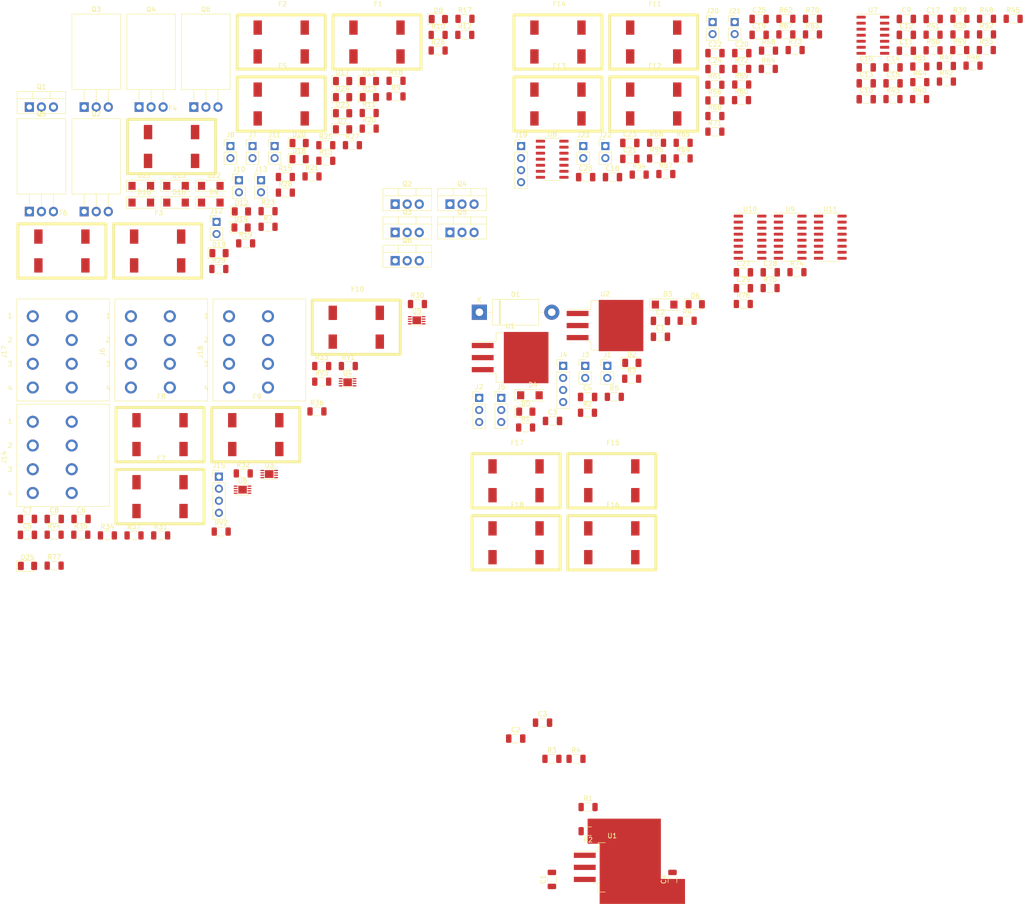
<source format=kicad_pcb>
(kicad_pcb (version 20211014) (generator pcbnew)
  (layers (0 "F.Cu" signal) (31 "B.Cu" signal) (34 "B.Paste" user) (35 "F.Paste" user) (36 "B.SilkS" user "B.Silkscreen") (37 "F.SilkS" user "F.Silkscreen") (38 "B.Mask" user) (39 "F.Mask" user) (44 "Edge.Cuts" user))
  (net 0 "")
  (net 1 "Net-(R1-Pad1)")
  (net 2 "+10V")
  (net 3 "+12V")
  (net 4 "GND")
  (net 5 "Net-(D3-Pad1)")
  (net 6 "Net-(D4-Pad1)")
  (net 7 "+5V")
  (net 8 "Net-(C10-Pad1)")
  (net 9 "Net-(C11-Pad1)")
  (net 10 "Net-(C12-Pad1)")
  (net 11 "LC1_CAL")
  (net 12 "Net-(C13-Pad1)")
  (net 13 "LC3_CAL")
  (net 14 "Net-(C14-Pad1)")
  (net 15 "Net-(C15-Pad1)")
  (net 16 "Net-(C16-Pad1)")
  (net 17 "LC2_CAL")
  (net 18 "Net-(C17-Pad1)")
  (net 19 "LC4_CAL")
  (net 20 "Net-(C18-Pad1)")
  (net 21 "Net-(C19-Pad1)")
  (net 22 "Net-(C20-Pad1)")
  (net 23 "PT1_CAL")
  (net 24 "Net-(C21-Pad1)")
  (net 25 "PT3_CAL")
  (net 26 "Net-(C23-Pad1)")
  (net 27 "Net-(C24-Pad1)")
  (net 28 "Net-(C25-Pad1)")
  (net 29 "PT4_CAL")
  (net 30 "Net-(C26-Pad1)")
  (net 31 "PT2_CAL")
  (net 32 "Net-(D1-Pad2)")
  (net 33 "Net-(D2-Pad1)")
  (net 34 "Net-(D5-Pad1)")
  (net 35 "Net-(D6-Pad1)")
  (net 36 "Net-(D7-Pad1)")
  (net 37 "/Drivers/DRV_POS_1")
  (net 38 "Net-(D8-Pad1)")
  (net 39 "/Drivers/DRV_POS_4")
  (net 40 "/Drivers/DRV_NEG_1")
  (net 41 "/Drivers/DRV_NEG_4")
  (net 42 "Net-(D11-Pad1)")
  (net 43 "Net-(D12-Pad1)")
  (net 44 "Net-(D13-Pad1)")
  (net 45 "/Drivers/DRV_POS_2")
  (net 46 "Net-(D14-Pad1)")
  (net 47 "/Drivers/DRV_POS_5")
  (net 48 "/Drivers/DRV_NEG_5")
  (net 49 "/Drivers/DRV_NEG_2")
  (net 50 "Net-(D17-Pad1)")
  (net 51 "Net-(D18-Pad1)")
  (net 52 "Net-(D19-Pad1)")
  (net 53 "/Drivers/DRV_POS_3")
  (net 54 "Net-(D20-Pad1)")
  (net 55 "/Drivers/DRV_POS_6")
  (net 56 "/Drivers/DRV_NEG_3")
  (net 57 "/Drivers/DRV_NEG_6")
  (net 58 "Net-(D23-Pad1)")
  (net 59 "Net-(D24-Pad1)")
  (net 60 "Net-(D25-Pad2)")
  (net 61 "/regulators/12V_CON")
  (net 62 "Net-(SW2-Pad1)")
  (net 63 "Net-(F8-Pad2)")
  (net 64 "/Load Cell Inamps/LC3-")
  (net 65 "/Load Cell Inamps/LC3+")
  (net 66 "Net-(F7-Pad2)")
  (net 67 "/Load Cell Inamps/LC1-")
  (net 68 "/Load Cell Inamps/LC1+")
  (net 69 "LC1_PREC")
  (net 70 "LC2_PREC")
  (net 71 "LC3_PREC")
  (net 72 "LC4_PREC")
  (net 73 "Net-(F9-Pad2)")
  (net 74 "/Load Cell Inamps/LC2-")
  (net 75 "/Load Cell Inamps/LC2+")
  (net 76 "Net-(F10-Pad2)")
  (net 77 "/Load Cell Inamps/LC4-")
  (net 78 "/Load Cell Inamps/LC4+")
  (net 79 "/PT Amplification/PT1-")
  (net 80 "/PT Amplification/PT2-")
  (net 81 "/PT Amplification/PT3-")
  (net 82 "/PT Amplification/PT4-")
  (net 83 "Net-(F11-Pad2)")
  (net 84 "Net-(F12-Pad2)")
  (net 85 "Net-(F13-Pad2)")
  (net 86 "Net-(F14-Pad2)")
  (net 87 "DRV_CTL_1")
  (net 88 "DRV_CTL_4")
  (net 89 "DRV_CTL_2")
  (net 90 "DRV_CTL_5")
  (net 91 "DRV_CTL_3")
  (net 92 "DRV_CTL_6")
  (net 93 "/regulators/10V_FB")
  (net 94 "Net-(R30-Pad2)")
  (net 95 "Net-(R31-Pad1)")
  (net 96 "Net-(R32-Pad2)")
  (net 97 "Net-(R33-Pad1)")
  (net 98 "Net-(R34-Pad2)")
  (net 99 "Net-(R35-Pad1)")
  (net 100 "Net-(R36-Pad2)")
  (net 101 "Net-(R37-Pad1)")
  (net 102 "Net-(R42-Pad2)")
  (net 103 "Net-(R44-Pad2)")
  (net 104 "Net-(R50-Pad2)")
  (net 105 "Net-(R52-Pad2)")
  (net 106 "Net-(R60-Pad2)")
  (net 107 "Net-(R62-Pad2)")
  (net 108 "Net-(R70-Pad2)")
  (net 109 "Net-(R72-Pad2)")
  (net 110 "ADC1_CS")
  (net 111 "ADC2_CS")
  (net 112 "ADC3_CS")
  (net 113 "/Raspberry Pi/HBT")
  (net 114 "/ADCs/LC1_CAL")
  (net 115 "/ADCs/LC2_CAL")
  (net 116 "/ADCs/LC3_CAL")
  (net 117 "/ADCs/LC4_CAL")
  (net 118 "/ADCs/adc1_nc5")
  (net 119 "/ADCs/adc1_nc6")
  (net 120 "/ADCs/acd1_nc7")
  (net 121 "/ADCs/adc1_nc8")
  (net 122 "SPI_MOSI")
  (net 123 "SPI_MISO")
  (net 124 "SPI_CLK")
  (net 125 "/ADCs/adc2_nc5")
  (net 126 "/ADCs/adc2_nc6")
  (net 127 "/ADCs/adc2_nc7")
  (net 128 "/ADCs/adc2_nc8")
  (net 129 "/ADCs/TC1")
  (net 130 "/ADCs/TC2")
  (net 131 "/ADCs/TC3")
  (net 132 "/ADCs/TC4")
  (net 133 "/ADCs/adc3_nc5")
  (net 134 "/ADCs/adc3_nc6")
  (net 135 "/ADCs/adc3_nc7")
  (net 136 "/ADCs/adc3_nc8")
  (footprint "Resistor_SMD:R_1206_3216Metric" (layer "F.Cu") (at 164.11 -119.57)
    (fp_text reference "R63")
    (fp_text value "5.1k")
  )
  (footprint "Resistor_SMD:R_1206_3216Metric" (layer "F.Cu") (at 192.32 -109.64)
    (fp_text reference "R42")
    (fp_text value "15k")
  )
  (footprint "LED_SMD:LED_1206_3216Metric" (layer "F.Cu") (at 85.3 -122.81)
    (fp_text reference "D8")
    (fp_text value "DRV_STAT_4")
  )
  (footprint "Package_TO_SOT_SMD:TO-263-3_TabPin2" (layer "F.Cu") (at 121.92 55.88)
    (fp_text reference "U1")
    (fp_text value "LM1084-ADJ")
  )
  (footprint "Resistor_SMD:R_1206_3216Metric" (layer "F.Cu") (at 136.87 -93.45)
    (fp_text reference "R69")
    (fp_text value "68k")
  )
  (footprint "Resistor_SMD:R_1206_3216Metric" (layer "F.Cu") (at 143.55 -102.38)
    (fp_text reference "R68")
    (fp_text value "68k")
  )
  (footprint "Capacitor_SMD:C_1206_3216Metric" (layer "F.Cu") (at 181.08 -109.27)
    (fp_text reference "C15")
    (fp_text value "1nF")
  )
  (footprint "Capacitor_SMD:C_1206_3216Metric" (layer "F.Cu") (at 116.33 -89.51)
    (fp_text reference "C26")
    (fp_text value "1nF")
  )
  (footprint "Resistor_SMD:R_1206_3216Metric" (layer "F.Cu") (at 103.68 -36.77)
    (fp_text reference "R1")
    (fp_text value "510")
  )
  (footprint "Package_TO_SOT_THT:TO-220-3_Vertical" (layer "F.Cu") (at 76.2 -71.9)
    (fp_text reference "Q6")
    (fp_text value "FQP30N06")
  )
  (footprint "Resistor_SMD:R_1206_3216Metric" (layer "F.Cu") (at 67.2 -96.24)
    (fp_text reference "R27")
    (fp_text value "510")
  )
  (footprint "Capacitor_SMD:C_1206_3216Metric" (layer "F.Cu") (at 125.63 -96.71)
    (fp_text reference "C23")
    (fp_text value "1nF")
  )
  (footprint "LED_SMD:LED_1206_3216Metric" (layer "F.Cu") (at 70.78 -106.36)
    (fp_text reference "D13")
    (fp_text value "DRV_STAT_2")
  )
  (footprint "Resistor_SMD:R_1206_3216Metric" (layer "F.Cu") (at 70.74 -103.02)
    (fp_text reference "R11")
    (fp_text value "510")
  )
  (footprint "Resistor_SMD:R_1206_3216Metric" (layer "F.Cu") (at 155.19 -66.14)
    (fp_text reference "R75")
    (fp_text value "100k")
  )
  (footprint "karca_custom_footprints:3588-20 fuse" (layer "F.Cu") (at 96.7105 -8.0475)
    (fp_text reference "F18")
    (fp_text value "3588-20")
  )
  (footprint "karca_custom_footprints:3588-20 fuse" (layer "F.Cu") (at 125.7105 -113.5275)
    (fp_text reference "F11")
    (fp_text value "3588-20")
  )
  (footprint "Connector_PinHeader_2.54mm:PinHeader_1x04_P2.54mm_Vertical" (layer "F.Cu") (at 102.73 -96.06)
    (fp_text reference "J19")
    (fp_text value "Conn_01x04_Female")
  )
  (footprint "Package_TO_SOT_THT:TO-220-3_Horizontal_TabDown" (layer "F.Cu") (at -0.85 -82.26)
    (fp_text reference "Q5")
    (fp_text value "FQP30N06")
  )
  (footprint "Resistor_SMD:R_1206_3216Metric" (layer "F.Cu") (at 186.71 -112.81)
    (fp_text reference "R51")
    (fp_text value "10k")
  )
  (footprint "karca_custom_footprints:LPTA-4pos" (layer "F.Cu") (at 24.645 -52.695)
    (fp_text reference "J6")
    (fp_text value "Conn_01x04_Female")
  )
  (footprint "Resistor_SMD:R_1206_3216Metric" (layer "F.Cu") (at 76.39 -109.8)
    (fp_text reference "R18")
    (fp_text value "510")
  )
  (footprint "karca_custom_footprints:DO-214AC" (layer "F.Cu") (at 28.095 -87.675)
    (fp_text reference "D15")
    (fp_text value "SS54")
  )
  (footprint "Package_TO_SOT_THT:TO-220-3_Horizontal_TabDown" (layer "F.Cu") (at 33.8 -104.27)
    (fp_text reference "Q6")
    (fp_text value "FQP30N06")
  )
  (footprint "Diode_THT:D_DO-201AD_P15.24mm_Horizontal" (layer "F.Cu") (at 93.95 -61.05)
    (fp_text reference "D1")
    (fp_text value "1N5822RLG")
  )
  (footprint "Resistor_SMD:R_1206_3216Metric" (layer "F.Cu") (at 195.16 -122.86)
    (fp_text reference "R39")
    (fp_text value "68k")
  )
  (footprint "Package_TO_SOT_THT:TO-220-3_Vertical" (layer "F.Cu") (at 76.2 -77.86)
    (fp_text reference "Q3")
    (fp_text value "FQP30N06")
  )
  (footprint "Capacitor_SMD:C_1206_3216Metric" (layer "F.Cu") (at 155.21 -69.46)
    (fp_text reference "C28")
    (fp_text value "100nF")
  )
  (footprint "Resistor_SMD:R_1206_3216Metric" (layer "F.Cu") (at 206.38 -122.86)
    (fp_text reference "R45")
    (fp_text value "10k")
  )
  (footprint "Resistor_SMD:R_1206_3216Metric" (layer "F.Cu") (at 192.32 -112.93)
    (fp_text reference "R47")
    (fp_text value "68k")
  )
  (footprint "Resistor_SMD:R_1206_3216Metric" (layer "F.Cu") (at 131.26 -96.74)
    (fp_text reference "R66")
    (fp_text value "68k")
  )
  (footprint "karca_custom_footprints:3588-20 fuse" (layer "F.Cu") (at 21.2205 -69.5075)
    (fp_text reference "F3")
    (fp_text value "3588-20")
  )
  (footprint "Resistor_SMD:R_1206_3216Metric" (layer "F.Cu") (at 114.3 33.02)
    (fp_text reference "R4")
    (fp_text value "R_US")
  )
  (footprint "LED_SMD:LED_1206_3216Metric" (layer "F.Cu") (at 39.1 -73.5)
    (fp_text reference "D19")
    (fp_text value "DRV_STAT_3")
  )
  (footprint "Resistor_SMD:R_1206_3216Metric" (layer "F.Cu") (at 59.73 -40.16)
    (fp_text reference "R36")
    (fp_text value "20K")
  )
  (footprint "LED_SMD:LED_1206_3216Metric" (layer "F.Cu") (at 55.98 -96.69)
    (fp_text reference "D20")
    (fp_text value "DRV_STAT_6")
  )
  (footprint "Resistor_SMD:R_1206_3216Metric" (layer "F.Cu") (at 66.34 -49.72)
    (fp_text reference "RV1")
    (fp_text value "30k")
  )
  (footprint "Capacitor_SMD:C_1206_3216Metric" (layer "F.Cu") (at 109.35 -38.15)
    (fp_text reference "C3")
    (fp_text value "10uF")
  )
  (footprint "Resistor_SMD:R_1206_3216Metric" (layer "F.Cu") (at 60.73 -49.72)
    (fp_text reference "R33")
    (fp_text value "200")
  )
  (footprint "Resistor_SMD:R_1206_3216Metric" (layer "F.Cu") (at 21.2 -14.04)
    (fp_text reference "R37")
    (fp_text value "200")
  )
  (footprint "Resistor_SMD:R_1206_3216Metric" (layer "F.Cu") (at 53.08 -86.25)
    (fp_text reference "R28")
    (fp_text value "510")
  )
  (footprint "karca_custom_footprints:3588-20 fuse" (layer "F.Cu") (at 21.7205 -17.7675)
    (fp_text reference "F7")
    (fp_text value "3588-20")
  )
  (footprint "Connector_PinHeader_2.54mm:PinHeader_1x02_P2.54mm_Vertical" (layer "F.Cu") (at 38.58 -80.07)
    (fp_text reference "J12")
    (fp_text value "Conn_01x02_Female")
  )
  (footprint "Resistor_SMD:R_1206_3216Metric" (layer "F.Cu") (at 143.55 -105.67)
    (fp_text reference "R56")
    (fp_text value "68k")
  )
  (footprint "Connector_PinHeader_2.54mm:PinHeader_1x02_P2.54mm_Vertical" (layer "F.Cu") (at 143.07 -122.18)
    (fp_text reference "J20")
    (fp_text value "Conn_01x02_Female")
  )
  (footprint "Resistor_SMD:R_1206_3216Metric" (layer "F.Cu") (at 80.9 -62.78)
    (fp_text reference "R30")
    (fp_text value "20K")
  )
  (footprint "Resistor_SMD:R_1206_3216Metric" (layer "F.Cu") (at 4.37 -14.19)
    (fp_text reference "RV4")
    (fp_text value "30k")
  )
  (footprint "karca_custom_footprints:3588-20 fuse" (layer "F.Cu") (at 21.7205 -30.8275)
    (fp_text reference "F8")
    (fp_text value "3588-20")
  )
  (footprint "Capacitor_SMD:C_1206_3216Metric" (layer "F.Cu") (at 125.63 -93.36)
    (fp_text reference "C21")
    (fp_text value "1nF")
  )
  (footprint "Resistor_SMD:R_1206_3216Metric" (layer "F.Cu") (at 131.26 -93.45)
    (fp_text reference "R55")
    (fp_text value "22")
  )
  (footprint "karca_custom_footprints:3588-20 fuse" (layer "F.Cu") (at 116.8805 -8.0475)
    (fp_text reference "F16")
    (fp_text value "3588-20")
  )
  (footprint "LED_SMD:LED_1206_3216Metric" (layer "F.Cu") (at 70.78 -109.75)
    (fp_text reference "D11")
    (fp_text value "FS_STAT_1")
  )
  (footprint "Package_TO_SOT_THT:TO-220-3_Horizontal_TabDown" (layer "F.Cu") (at 22.25 -104.27)
    (fp_text reference "Q4")
    (fp_text value "FQP30N06")
  )
  (footprint "karca_custom_footprints:LPTA-4pos" (layer "F.Cu") (at 45.315 -52.695)
    (fp_text reference "J18")
    (fp_text value "Conn_01x04_Female")
  )
  (footprint "Resistor_SMD:R_1206_3216Metric" (layer "F.Cu") (at 143.55 -99.09)
    (fp_text reference "R71")
    (fp_text value "5.1k")
  )
  (footprint "Capacitor_SMD:C_1206_3216Metric" (layer "F.Cu") (at 152.87 -122.83)
    (fp_text reference "C25")
    (fp_text value "1nF")
  )
  (footprint "Package_TO_SOT_THT:TO-220-3_Horizontal_TabDown" (layer "F.Cu") (at 10.7 -104.27)
    (fp_text reference "Q3")
    (fp_text value "FQP30N06")
  )
  (footprint "Connector_PinHeader_2.54mm:PinHeader_1x03_P2.54mm_Vertical" (layer "F.Cu") (at 98.55 -43)
    (fp_text reference "J5")
    (fp_text value "Conn_01x02_Female")
  )
  (footprint "Resistor_SMD:R_1206_3216Metric" (layer "F.Cu") (at 116.84 43.18)
    (fp_text reference "R1")
    (fp_text value "R_US")
  )
  (footprint "Capacitor_SMD:C_1206_3216Metric" (layer "F.Cu") (at 121.98 -89.51)
    (fp_text reference "C18")
    (fp_text value "1nF")
  )
  (footprint "Resistor_SMD:R_1206_3216Metric" (layer "F.Cu") (at 61.59 -96.24)
    (fp_text reference "R25")
    (fp_text value "10k")
  )
  (footprint "Connector_PinHeader_2.54mm:PinHeader_1x02_P2.54mm_Vertical" (layer "F.Cu") (at 115.83 -96.06)
    (fp_text reference "J23")
    (fp_text value "Conn_01x02_Female")
  )
  (footprint "LED_SMD:LED_1206_3216Metric" (layer "F.Cu") (at 55.98 -93.3)
    (fp_text reference "D18")
    (fp_text value "FS_STAT_5")
  )
  (footprint "Resistor_SMD:R_1206_3216Metric" (layer "F.Cu") (at 136.87 -96.74)
    (fp_text reference "R65")
    (fp_text value "22")
  )
  (footprint "Capacitor_SMD:C_1206_3216Metric" (layer "F.Cu") (at 132.08 -55.88)
    (fp_text reference "C1")
    (fp_text value "10uF")
  )
  (footprint "Resistor_SMD:R_1206_3216Metric" (layer "F.Cu") (at 116.72 -39.88)
    (fp_text reference "R2")
    (fp_text value "10k")
  )
  (footprint "karca_custom_footprints:3588-20 fuse" (layer "F.Cu") (at 47.2505 -100.4675)
    (fp_text reference "F5")
    (fp_text value "3588-20")
  )
  (footprint "Capacitor_SMD:C_1206_3216Metric" (layer "F.Cu") (at 152.87 -119.48)
    (fp_text reference "C19")
    (fp_text value "1nF")
  )
  (footprint "Package_DFN_QFN:TDFN-8-1EP_3x2mm_P0.5mm_EP1.80x1.65mm" (layer "F.Cu") (at 66.19 -46.3)
    (fp_text reference "U4")
    (fp_text value "MCP6N11T-001E")
  )
  (footprint "Resistor_SMD:R_1206_3216Metric" (layer "F.Cu") (at 116.84 48.26 180)
    (fp_text reference "R2")
    (fp_text value "R_US")
  )
  (footprint "Resistor_SMD:R_1206_3216Metric" (layer "F.Cu") (at 149.2 -109.02)
    (fp_text reference "R59")
    (fp_text value "68k")
  )
  (footprint "Resistor_SMD:R_1206_3216Metric" (layer "F.Cu") (at 90.87 -119.47)
    (fp_text reference "R12")
    (fp_text value "510")
  )
  (footprint "Resistor_SMD:R_1206_3216Metric" (layer "F.Cu") (at 49.43 -79.05)
    (fp_text reference "R7")
    (fp_text value "10k")
  )
  (footprint "Connector_PinHeader_2.54mm:PinHeader_1x02_P2.54mm_Vertical" (layer "F.Cu") (at 41.51 -96.06)
    (fp_text reference "J8")
    (fp_text value "Conn_01x02_Female")
  )
  (footprint "Package_TO_SOT_THT:TO-220-3_Vertical" (layer "F.Cu") (at 87.75 -77.86)
    (fp_text reference "Q5")
    (fp_text value "FQP30N06")
  )
  (footprint "LED_SMD:LED_1206_3216Metric" (layer "F.Cu") (at 43.82 -82.29)
    (fp_text reference "D12")
    (fp_text value "FS_STAT_4")
  )
  (footprint "Connector_PinHeader_2.54mm:PinHeader_1x04_P2.54mm_Vertical" (layer "F.Cu") (at 39.08 -26.42)
    (fp_text reference "J15")
    (fp_text value "Conn_01x04_Female")
  )
  (footprint "Capacitor_SMD:C_1206_3216Metric" (layer "F.Cu") (at 143.57 -112.28)
    (fp_text reference "C24")
    (fp_text value "1nF")
  )
  (footprint "Resistor_SMD:R_1206_3216Metric" (layer "F.Cu") (at 149.2 -112.31)
    (fp_text reference "R72")
    (fp_text value "47k")
  )
  (footprint "LED_SMD:LED_1206_3216Metric" (layer "F.Cu") (at 103.72 -40.11)
    (fp_text reference "D5")
    (fp_text value "PWR_5V")
  )
  (footprint "Resistor_SMD:R_1206_3216Metric" (layer "F.Cu") (at 186.67 -105.95)
    (fp_text reference "R40")
    (fp_text value "68k")
  )
  (footprint "Resistor_SMD:R_1206_3216Metric" (layer "F.Cu") (at 39.06 -70.16)
    (fp_text reference "R29")
    (fp_text value "510")
  )
  (footprint "Resistor_SMD:R_1206_3216Metric" (layer "F.Cu") (at 122.37 -43.23)
    (fp_text reference "R5")
    (fp_text value "390")
  )
  (footprint "Resistor_SMD:R_1206_3216Metric" (layer "F.Cu") (at 189.51 -119.51)
    (fp_text reference "R41")
    (fp_text value "68k")
  )
  (footprint "Resistor_SMD:R_1206_3216Metric" (layer "F.Cu") (at 4.37 -7.67)
    (fp_text reference "R77")
    (fp_text value "150")
  )
  (footprint "Capacitor_SMD:C_1206_3216Metric" (layer "F.Cu") (at 143.57 -115.63)
    (fp_text reference "C22")
    (fp_text value "100nF")
  )
  (footprint "Capacitor_SMD:C_1206_3216Metric" (layer "F.Cu") (at 109.22 58.42 90)
    (fp_text reference "C1")
    (fp_text value "C")
  )
  (footprint "Capacitor_SMD:C_1206_3216Metric" (layer "F.Cu") (at 101.6 28.75)
    (fp_text reference "C2")
    (fp_text value "C")
  )
  (footprint "karca_custom_footprints:3588-20 fuse" (layer "F.Cu") (at 24.1505 -91.5175)
    (fp_text reference "F4")
    (fp_text value "3588-20")
  )
  (footprint "Resistor_SMD:R_1206_3216Metric" (layer "F.Cu") (at 70.74 -99.73)
    (fp_text reference "R20")
    (fp_text value "510")
  )
  (footprint "Capacitor_SMD:C_1206_3216Metric" (layer "F.Cu") (at 4.39 -17.51)
    (fp_text reference "C8")
    (fp_text value "1uF")
  )
  (footprint "Resistor_SMD:R_1206_3216Metric" (layer "F.Cu") (at 85.26 -116.18)
    (fp_text reference "R26")
    (fp_text value "510")
  )
  (footprint "Capacitor_SMD:C_1206_3216Metric" (layer "F.Cu") (at 181.08 -112.62)
    (fp_text reference "C14")
    (fp_text value "1nF")
  )
  (footprint "karca_custom_footprints:3588-20 fuse" (layer "F.Cu") (at 63.0605 -53.4475)
    (fp_text reference "F10")
    (fp_text value "3588-20")
  )
  (footprint "Resistor_SMD:R_1206_3216Metric" (layer "F.Cu") (at 195.12 -116.28)
    (fp_text reference "R49")
    (fp_text value "68k")
  )
  (footprint "karca_custom_footprints:3588-20 fuse" (layer "F.Cu") (at 116.8805 -21.1075)
    (fp_text reference "F15")
    (fp_text value "3588-20")
  )
  (footprint "Resistor_SMD:R_1206_3216Metric" (layer "F.Cu") (at 60.73 -46.43)
    (fp_text reference "RV3")
    (fp_text value "30k")
  )
  (footprint "LED_SMD:LED_1206_3216Metric" (layer "F.Cu") (at 65.13 -106.36)
    (fp_text reference "D24")
    (fp_text value "FS_STAT_6")
  )
  (footprint "Capacitor_SMD:C_1206_3216Metric" (layer "F.Cu") (at 175.43 -109.27)
    (fp_text reference "C13")
    (fp_text value "1nF")
  )
  (footprint "Resistor_SMD:R_1206_3216Metric" (layer "F.Cu") (at 58.69 -89.66)
    (fp_text reference "R21")
    (fp_text value "510")
  )
  (footprint "Resistor_SMD:R_1206_3216Metric" (layer "F.Cu") (at 186.71 -109.52)
    (fp_text reference "R44")
    (fp_text value "15k")
  )
  (footprint "Capacitor_SMD:C_1206_3216Metric" (layer "F.Cu") (at 116.74 -43.2)
    (fp_text reference "C4")
    (fp_text value "10uF")
  )
  (footprint "Capacitor_SMD:C_1206_3216Metric" (layer "F.Cu") (at 175.43 -112.62)
    (fp_text reference "C16")
    (fp_text value "1nF")
  )
  (footprint "karca_custom_footprints:DO-214AC" (layer "F.Cu") (at 20.775 -84.155)
    (fp_text reference "D10")
    (fp_text value "SS54")
  )
  (footprint "Resistor_SMD:R_1206_3216Metric" (layer "F.Cu") (at 15.59 -14.04)
    (fp_text reference "R34")
    (fp_text value "20K")
  )
  (footprint "Capacitor_SMD:C_1206_3216Metric" (layer "F.Cu") (at 132.08 -59.23)
    (fp_text reference "C2")
    (fp_text value "10uF")
  )
  (footprint "Capacitor_SMD:C_1206_3216Metric" (layer "F.Cu") (at -1.26 -17.51)
    (fp_text reference "C7")
    (fp_text value "1uF")
  )
  (footprint "Package_TO_SOT_SMD:TO-263-3_TabPin2" (layer "F.Cu") (at 120.41 -58.25)
    (fp_text reference "U2")
    (fp_text value "LM1084-5.0")
  )
  (footprint "Capacitor_SMD:C_1206_3216Metric" (layer "F.Cu") (at 189.53 -122.83)
    (fp_text reference "C17")
    (fp_text value "1nF")
  )
  (footprint "Resistor_SMD:R_1206_3216Metric" (layer "F.Cu") (at 164.11 -122.86)
    (fp_text reference "R70")
    (fp_text value "47k")
  )
  (footprint "Resistor_SMD:R_1206_3216Metric" (layer "F.Cu") (at 61.59 -92.95)
    (fp_text reference "R13")
    (fp_text value "510")
  )
  (footprint "Package_DFN_QFN:TDFN-8-1EP_3x2mm_P0.5mm_EP1.80x1.65mm" (layer "F.Cu") (at 44.06 -23.68)
    (fp_text reference "U6")
    (fp_text value "MCP6N11T-001E")
  )
  (footprint "karca_custom_footprints:3588-20 fuse" (layer "F.Cu") (at 1.0505 -69.5075)
    (fp_text reference "F6")
    (fp_text value "3588-20")
  )
  (footprint "Resistor_SMD:R_1206_3216Metric" (layer "F.Cu") (at 160.84 -69.49)
    (fp_text reference "R74")
    (fp_text value "100k")
  )
  (footprint "Connector_PinHeader_2.54mm:PinHeader_1x02_P2.54mm_Vertical" (layer "F.Cu") (at 120.89 -49.75)
    (fp_text reference "J1")
    (fp_text value "Conn_01x02_Female")
  )
  (footprint "Resistor_SMD:R_1206_3216Metric" (layer "F.Cu") (at 126.02 -47.04)
    (fp_text reference "R3")
    (fp_text value "68k")
  )
  (footprint "Connector_PinHeader_2.54mm:PinHeader_1x02_P2.54mm_Vertical" (layer "F.Cu") (at 116.24 -49.75)
    (fp_text reference "J3")
    (fp_text value "Conn_01x02_Female")
  )
  (footprint "Resistor_SMD:R_1206_3216Metric" (layer "F.Cu") (at 39.56 -14.85)
    (fp_text reference "RV2")
    (fp_text value "30k")
  )
  (footprint "Connector_PinHeader_2.54mm:PinHeader_1x02_P2.54mm_Vertical" (layer "F.Cu") (at 46.16 -96.06)
    (fp_text reference "J7")
    (fp_text value "Conn_01x02_Female")
  )
  (footprint "Connector_PinHeader_2.54mm:PinHeader_1x02_P2.54mm_Vertical" (layer "F.Cu") (at 120.48 -96.06)
    (fp_text reference "J22")
    (fp_text value "Conn_01x02_Female")
  )
  (footprint "Capacitor_SMD:C_1206_3216Metric" (layer "F.Cu") (at 149.56 -66.11)
    (fp_text reference "C29")
    (fp_text value "100nF")
  )
  (footprint "Package_SO:SOIC-14_3.9x8.7mm_P1.27mm" (layer "F.Cu") (at 109.28 -93.28)
    (fp_text reference "U8")
    (fp_text value "LM324DT")
  )
  (footprint "LED_SMD:LED_1206_3216Metric" (layer "F.Cu") (at 65.13 -99.58)
    (fp_text reference "D7")
    (fp_text value "DRV_STAT_1")
  )
  (footprint "Resistor_SMD:R_1206_3216Metric" (layer "F.Cu") (at 158.5 -119.57)
    (fp_text reference "R67")
    (fp_text value "68k")
  )
  (footprint "karca_custom_footprints:DO-214AC" (layer "F.Cu") (at 35.415 -84.155)
    (fp_text reference "D9")
    (fp_text value "SS54")
  )
  (footprint "Resistor_SMD:R_1206_3216Metric" (layer "F.Cu") (at 53.08 -89.54)
    (fp_text reference "R15")
    (fp_text value "10k")
  )
  (footprint "Package_SO:SOIC-16_3.9x9.9mm_P1.27mm" (layer "F.Cu") (at 167.86 -76.86)
    (fp_text reference "U11")
    (fp_text value "MCP3208-CI/SL")
  )
  (footprint "karca_custom_footprints:3588-20 fuse" (layer "F.Cu") (at 67.4205 -113.5275)
    (fp_text reference "F1")
    (fp_text value "3588-20")
  )
  (footprint "Resistor_SMD:R_1206_3216Metric" (layer "F.Cu") (at 44.21 -27.1)
    (fp_text reference "R32")
    (fp_text value "20K")
  )
  (footprint "Capacitor_SMD:C_1206_3216Metric" (layer "F.Cu") (at -1.26 -14.16)
    (fp_text reference "C5")
    (fp_text value "1uF")
  )
  (footprint "Resistor_SMD:R_1206_3216Metric" (layer "F.Cu") (at 181.06 -105.95)
    (fp_text reference "R43")
    (fp_text value "10k")
  )
  (footprint "Resistor_SMD:R_1206_3216Metric" (layer "F.Cu") (at 44.71 -75.56)
    (fp_text reference "R19")
    (fp_text value "510")
  )
  (footprint "LED_SMD:LED_1206_3216Metric" (layer "F.Cu") (at 43.75 -78.9)
    (fp_text reference "D14")
    (fp_text value "DRV_STAT_5")
  )
  (footprint "Resistor_SMD:R_1206_3216Metric" (layer "F.Cu") (at 127.61 -90.04)
    (fp_text reference "R54")
    (fp_text value "22")
  )
  (footprint "Connector_PinHeader_2.54mm:PinHeader_1x02_P2.54mm_Vertical" (layer "F.Cu") (at 147.72 -122.18)
    (fp_text reference "J21")
    (fp_text value "Conn_01x02_Female")
  )
  (footprint "karca_custom_footprints:LPTA-4pos" (layer "F.Cu") (at 3.975 -30.48)
    (fp_text reference "J14")
    (fp_text value "Conn_01x04_Female")
  )
  (footprint "Connector_PinHeader_2.54mm:PinHeader_1x02_P2.54mm_Vertical" (layer "F.Cu") (at 50.81 -96.06)
    (fp_text reference "J11")
    (fp_text value "Conn_01x02_Female")
  )
  (footprint "LED_SMD:LED_1206_3216Metric" (layer "F.Cu") (at 126.06 -50.38)
    (fp_text reference "D2")
    (fp_text value "PWR_12V")
  )
  (footprint "Package_DFN_QFN:TDFN-8-1EP_3x2mm_P0.5mm_EP1.80x1.65mm" (layer "F.Cu") (at 80.75 -59.36)
    (fp_text reference "U5")
    (fp_text value "MCP6N11T-001E")
  )
  (footprint "Resistor_SMD:R_1206_3216Metric" (layer "F.Cu") (at 49.43 -82.34)
    (fp_text reference "R23")
    (fp_text value "10k")
  )
  (footprint "Package_TO_SOT_THT:TO-220-3_Vertical" (layer "F.Cu") (at 87.75 -83.82)
    (fp_text reference "Q4")
    (fp_text value "FQP30N06")
  )
  (footprint "Resistor_SMD:R_1206_3216Metric" (layer "F.Cu") (at 200.73 -116.28)
    (fp_text reference "R53")
    (fp_text value "10k")
  )
  (footprint "Package_TO_SOT_THT:TO-220-3_Vertical" (layer "F.Cu") (at -0.85 -104.27)
    (fp_text reference "Q1")
    (fp_text value "FQP30N06")
  )
  (footprint "Resistor_SMD:R_1206_3216Metric" (layer "F.Cu") (at 149.54 -62.79)
    (fp_text reference "R76")
    (fp_text value "100k")
  )
  (footprint "karca_custom_footprints:3588-20 fuse" (layer "F.Cu") (at 105.5405 -113.5275)
    (fp_text reference "F14")
    (fp_text value "3588-20")
  )
  (footprint "Resistor_SMD:R_1206_3216Metric" (layer "F.Cu") (at 90.91 -122.86)
    (fp_text reference "R17")
    (fp_text value "10k")
  )
  (footprint "karca_custom_footprints:3588-20 fuse" (layer "F.Cu") (at 41.8905 -30.8275)
    (fp_text reference "F9")
    (fp_text value "3588-20")
  )
  (footprint "karca_custom_footprints:3588-20 fuse" (layer "F.Cu") (at 96.7105 -21.1075)
    (fp_text reference "F17")
    (fp_text value "3588-20")
  )
  (footprint "karca_custom_footprints:3588-20 fuse" (layer "F.Cu") (at 125.7105 -100.4675)
    (fp_text reference "F12")
    (fp_text value "3588-20")
  )
  (footprint "Package_SO:SOIC-16_3.9x9.9mm_P1.27mm" (layer "F.Cu") (at 150.96 -76.86)
    (fp_text reference "U10")
    (fp_text value "MCP3208-CI/SL")
  )
  (footprint "karca_custom_footprints:DO-214AC" (layer "F.Cu") (at 102.635 -43.565)
    (fp_text reference "D4")
    (fp_text value "SS54")
  )
  (footprint "Resistor_SMD:R_1206_3216Metric" (layer "F.Cu") (at 26.81 -14.04)
    (fp_text reference "R31")
    (fp_text value "200")
  )
  (footprint "Capacitor_SMD:C_1206_3216Metric" (layer "F.Cu") (at 149.22 -115.63)
    (fp_text reference "C20")
    (fp_text value "1nF")
  )
  (footprint "karca_custom_footprints:DO-214AC" (layer "F.Cu") (at 28.095 -84.155)
    (fp_text reference "D16")
    (fp_text value "SS54")
  )
  (footprint "Resistor_SMD:R_1206_3216Metric" (layer "F.Cu") (at 154.85 -116.16)
    (fp_text reference "R58")
    (fp_text value "68k")
  )
  (footprint "Connector_PinHeader_2.54mm:PinHeader_1x03_P2.54mm_Vertical" (layer "F.Cu") (at 93.9 -43)
    (fp_text reference "J2")
    (fp_text value "Conn_01x02_Female")
  )
  (footprint "LED_SMD:LED_1206_3216Metric" (layer "F.Cu") (at 65.13 -102.97)
    (fp_text reference "D23")
    (fp_text value "FS_STAT_3")
  )
  (footprint "LED_SMD:LED_1206_3216Metric" (layer "F.Cu") (at -1.24 -7.62)
    (fp_text reference "D25")
    (fp_text value "HBT")
  )
  (footprint "Resistor_SMD:R_1206_3216Metric" (layer "F.Cu") (at 143.55 -108.96)
    (fp_text reference "R61")
    (fp_text value "5.1k")
  )
  (footprint "Capacitor_SMD:C_1206_3216Metric" (layer "F.Cu") (at 183.88 -122.83)
    (fp_text reference "C9")
    (fp_text value "100nF")
  )
  (footprint "Resistor_SMD:R_1206_3216Metric" (layer "F.Cu") (at 154.81 -112.31)
    (fp_text reference "R64")
    (fp_text value "22")
  )
  (footprint "Resistor_SMD:R_1206_3216Metric" (layer "F.Cu") (at 9.98 -14.19)
    (fp_text reference "R35")
    (fp_text value "200")
  )
  (footprint "Package_TO_SOT_THT:TO-220-3_Horizontal_TabDown" (layer "F.Cu") (at 10.7 -82.26)
    (fp_text reference "Q2")
    (fp_text value "FQP30N06")
  )
  (footprint "Package_SO:SOIC-16_3.9x9.9mm_P1.27mm" (layer "F.Cu") (at 159.41 -76.86)
    (fp_text reference "U9")
    (fp_text value "MCP3208-CI/SL")
  )
  (footprint "Resistor_SMD:R_1206_3216Metric" (layer "F.Cu") (at 133.22 -90.16)
    (fp_text reference "R57")
    (fp_text value "68k")
  )
  (footprint "Resistor_SMD:R_1206_3216Metric" (layer "F.Cu") (at 149.16 -105.73)
    (fp_text reference "R60")
    (fp_text value "47k")
  )
  (footprint "Resistor_SMD:R_1206_3216Metric" (layer "F.Cu") (at 195.16 -119.57)
    (fp_text reference "R38")
    (fp_text value "68k")
  )
  (footprint "Connector_PinHeader_2.54mm:PinHeader_1x04_P2.54mm_Vertical" (layer "F.Cu") (at 111.59 -49.75)
    (fp_text reference "J4")
    (fp_text value "Conn_01x04_Female")
  )
  (footprint "Capacitor_SMD:C_1206_3216Metric" (layer "F.Cu") (at 175.43 -105.92)
    (fp_text reference "C10")
    (fp_text value "1nF")
  )
  (footprint "Capacitor_SMD:C_1206_3216Metric" (layer "F.Cu") (at 134.62 58.42 90)
    (fp_text reference "C4")
    (fp_text value "C")
  )
  (footprint "LED_SMD:LED_1206_3216Metric" (layer "F.Cu") (at 139.42 -62.73)
    (fp_text reference "D6")
    (fp_text value "PWR_10V")
  )
  (footprint "Package_TO_SOT_THT:TO-220-3_Vertical" (layer "F.Cu") (at 76.2 -83.82)
    (fp_text reference "Q2")
    (fp_text value "FQP30N06")
  )
  (footprint "Connector_PinHeader_2.54mm:PinHeader_1x02_P2.54mm_Vertical" (layer "F.Cu") (at 43.3 -88.86)
    (fp_text reference "J10")
    (fp_text value "Conn_01x02_Female")
  )
  (footprint "Resistor_SMD:R_1206_3216Metric" (layer "F.Cu") (at 200.77 -122.86)
    (fp_text reference "R48")
    (fp_text value "68k")
  )
  (footprint "Resistor_SMD:R_1206_3216Metric" (layer "F.Cu") (at 158.5 -122.86)
    (fp_text reference "R62")
    (fp_text value "47k")
  )
  (footprint "karca_custom_footprints:3588-20 fuse" (layer "F.Cu") (at 105.5405 -100.4675)
    (fp_text reference "F13")
    (fp_text value "3588-20")
  )
  (footprint "Resistor_SMD:R_1206_3216Metric" (layer "F.Cu") (at 189.51 -116.22)
    (fp_text reference "R50")
    (fp_text value "15k")
  )
  (footprint "karca_custom_footprints:DO-214AC" (layer "F.Cu") (at 35.415 -87.675)
    (fp_text reference "D22")
    (fp_text value "SS54")
  )
  (footprint "Resistor_SMD:R_1206_3216Metric" (layer "F.Cu") (at 197.93 -112.99)
    (fp_text reference "R46")
    (fp_text value "68k")
  )
  (footprint "Resistor_SMD:R_1206_3216Metric" (layer "F.Cu") (at 109.22 33.02)
    (fp_text reference "R3")
    (fp_text value "R_US")
  )
  (footprint "Capacitor_SMD:C_1206_3216Metric" (layer "F.Cu") (at 183.88 -119.48)
    (fp_text reference "C12")
    (fp_text value "1nF")
  )
  (footprint "Resistor_SMD:R_1206_3216Metric" (layer "F.Cu") (at 137.71 -59.26)
    (fp_text reference "R4")
    (fp_text value "150")
  )
  (footprint "karca_custom_footprints:DO-214AC" (layer "F.Cu") (at 20.775 -87.675)
    (fp_text reference "D21")
    (fp_text value "SS54")
  )
  (footprint "Capacitor_SMD:C_1206_3216Metric" (layer "F.Cu") (at 107.25 25.4)
    (fp_text reference "C3")
    (fp_text value "C")
  )
  (footprint "Package_DFN_QFN:TDFN-8-1EP_3x2mm_P0.5mm_EP1.80x1.65mm" (layer "F.Cu") (at 49.67 -26.97)
    (fp_text reference "U3")
    (fp_text value "MCP6N11T-001E")
  )
  (footprint "Package_SO:SOIC-14_3.9x8.7mm_P1.27mm" (layer "F.Cu") (at 176.83 -119.4)
    (fp_text reference "U7")
    (fp_text value "LM324DT")
  )
  (footprint "Capacitor_SMD:C_1206_3216Metric" (layer "F.Cu") (at 149.56 -69.46)
    (fp_text reference "C27")
    (fp_text value "100nF")
  )
  (footprint "karca_custom_footprints:3588-20 fuse" (layer "F.Cu") (at 47.2505 -113.5275)
    (fp_text reference "F2")
    (fp_text value "3588-20")
  )
  (footprint "Resistor_SMD:R_1206_3216Metric" (layer "F.Cu") (at 76.39 -106.51)
    (fp_text reference "R9")
    (fp_text value "10k")
  )
  (footprint "Resistor_SMD:R_1206_3216Metric" (layer "F.Cu") (at 200.77 -119.57)
    (fp_text reference "R52")
    (fp_text value "15k")
  )
  (footprint "Connector_PinHeader_2.54mm:PinHeader_1x02_P2.54mm_Vertical" (layer "F.Cu") (at 47.95 -88.86)
    (fp_text reference "J13")
    (fp_text value "Conn_01x02_Female")
  )
  (footprint "Resistor_SMD:R_1206_3216Metric" (layer "F.Cu") (at 160.46 -116.28)
    (fp_text reference "R73")
    (fp_text value "5.1k")
  )
  (footprint "Capacitor_SMD:C_1206_3216Metric" (layer "F.Cu") (at 10.04 -17.51)
    (fp_text reference "C6")
    (fp_text value "1uF")
  )
  (footprint "karca_custom_footprints:DO-214AC" (layer "F.Cu") (at 131.015 -62.665)
    (fp_text reference "D3")
    (fp_text value "SS54")
  )
  (footprint "Resistor_SMD:R_1206_3216Metric" (layer "F.Cu") (at 85.26 -119.47)
    (fp_text reference "R10")
    (fp_text value "510")
  )
  (footprint "Capacitor_SMD:C_1206_3216Metric" (layer "F.Cu") (at 183.88 -116.13)
    (fp_text reference "C11")
    (fp_text value "1nF")
  )
  (footprint "karca_custom_footprints:LPTA-4pos" (layer "F.Cu") (at 3.975 -52.695)
    (fp_text reference "J17")
    (fp_text value "Conn_01x04_Female")
  )
  (footprint "Package_TO_SOT_SMD:TO-263-3_TabPin2" (layer "F.Cu") (at 100.42 -51.5)
    (fp_text reference "U1")
    (fp_text value "LM1084-ADJ")
  )
  (footprint "LED_SMD:LED_1206_3216Metric" (layer "F.Cu") (at 65.13 -109.75)
    (fp_text reference "D17")
    (fp_text value "FS_STAT_2")
  )
  (gr_poly (pts (xy 132.08 58.42) (xy 137.16 58.42) (xy 137.16 63.5) (xy 119.38 63.5) (xy 119.38 50.8) (xy 116.84 50.8) (xy 116.84 45.72) (xy 132.08 45.72)) (layer "F.Cu") (width 0.2) (fill solid))
)
</source>
